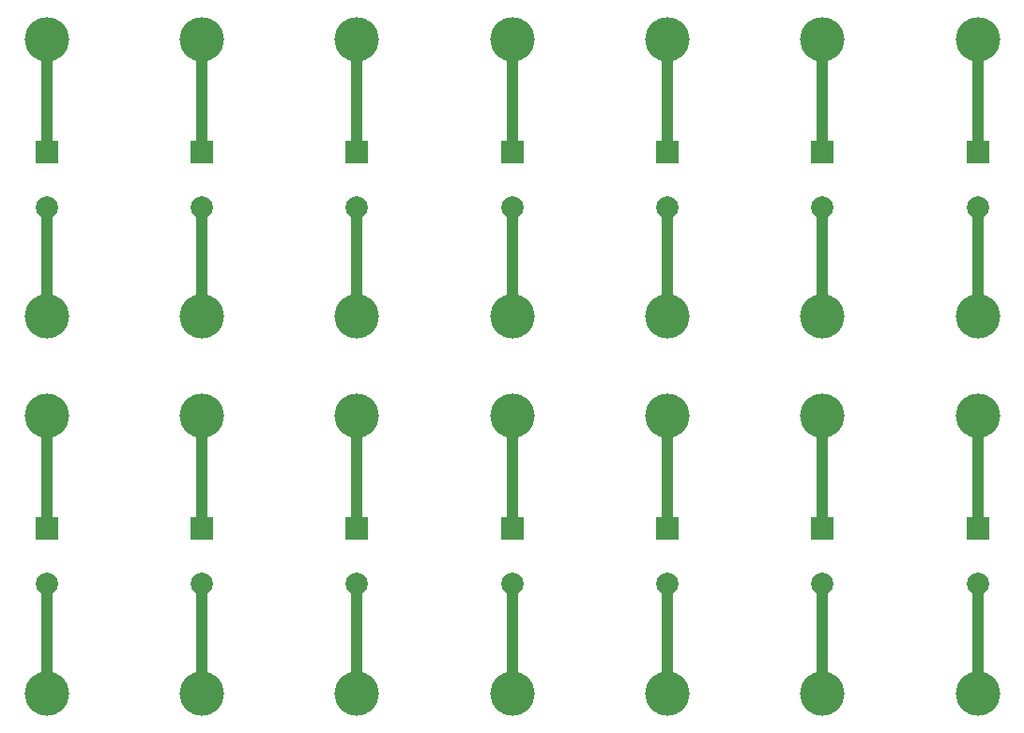
<source format=gbr>
%TF.GenerationSoftware,KiCad,Pcbnew,8.0.2*%
%TF.CreationDate,2024-06-26T22:57:20+07:00*%
%TF.ProjectId,Capacitor_Electrolyte_1000uF_25V_Panel,43617061-6369-4746-9f72-5f456c656374,rev?*%
%TF.SameCoordinates,Original*%
%TF.FileFunction,Copper,L2,Bot*%
%TF.FilePolarity,Positive*%
%FSLAX46Y46*%
G04 Gerber Fmt 4.6, Leading zero omitted, Abs format (unit mm)*
G04 Created by KiCad (PCBNEW 8.0.2) date 2024-06-26 22:57:20*
%MOMM*%
%LPD*%
G01*
G04 APERTURE LIST*
%TA.AperFunction,ComponentPad*%
%ADD10C,4.000000*%
%TD*%
%TA.AperFunction,ComponentPad*%
%ADD11R,2.000000X2.000000*%
%TD*%
%TA.AperFunction,ComponentPad*%
%ADD12C,2.000000*%
%TD*%
%TA.AperFunction,Conductor*%
%ADD13C,1.000000*%
%TD*%
G04 APERTURE END LIST*
D10*
%TO.P,J1,1,Pin_1*%
%TO.N,Board_1-Net-(J1-Pin_1)*%
X20000000Y-11500500D03*
%TD*%
%TO.P,J2,1,Pin_1*%
%TO.N,Board_9-Net-(J2-Pin_1)*%
X34000000Y-70500500D03*
%TD*%
%TO.P,J2,1,Pin_1*%
%TO.N,Board_1-Net-(J2-Pin_1)*%
X20000000Y-36500500D03*
%TD*%
D11*
%TO.P,C1,1*%
%TO.N,Board_8-Net-(J1-Pin_1)*%
X20000000Y-55632823D03*
D12*
%TO.P,C1,2*%
%TO.N,Board_8-Net-(J2-Pin_1)*%
X20000000Y-60632823D03*
%TD*%
D11*
%TO.P,C1,1*%
%TO.N,Board_7-Net-(J1-Pin_1)*%
X6000000Y-55632823D03*
D12*
%TO.P,C1,2*%
%TO.N,Board_7-Net-(J2-Pin_1)*%
X6000000Y-60632823D03*
%TD*%
D11*
%TO.P,C1,1*%
%TO.N,Board_12-Net-(J1-Pin_1)*%
X76000000Y-55632823D03*
D12*
%TO.P,C1,2*%
%TO.N,Board_12-Net-(J2-Pin_1)*%
X76000000Y-60632823D03*
%TD*%
D11*
%TO.P,C1,1*%
%TO.N,Board_2-Net-(J1-Pin_1)*%
X34000000Y-21632823D03*
D12*
%TO.P,C1,2*%
%TO.N,Board_2-Net-(J2-Pin_1)*%
X34000000Y-26632823D03*
%TD*%
D10*
%TO.P,J1,1,Pin_1*%
%TO.N,Board_12-Net-(J1-Pin_1)*%
X76000000Y-45500500D03*
%TD*%
%TO.P,J1,1,Pin_1*%
%TO.N,Board_8-Net-(J1-Pin_1)*%
X20000000Y-45500500D03*
%TD*%
%TO.P,J2,1,Pin_1*%
%TO.N,Board_3-Net-(J2-Pin_1)*%
X48000000Y-36500500D03*
%TD*%
%TO.P,J1,1,Pin_1*%
%TO.N,Board_0-Net-(J1-Pin_1)*%
X6000000Y-11500500D03*
%TD*%
D11*
%TO.P,C1,1*%
%TO.N,Board_13-Net-(J1-Pin_1)*%
X90000000Y-55632823D03*
D12*
%TO.P,C1,2*%
%TO.N,Board_13-Net-(J2-Pin_1)*%
X90000000Y-60632823D03*
%TD*%
D10*
%TO.P,J1,1,Pin_1*%
%TO.N,Board_3-Net-(J1-Pin_1)*%
X48000000Y-11500500D03*
%TD*%
%TO.P,J1,1,Pin_1*%
%TO.N,Board_5-Net-(J1-Pin_1)*%
X76000000Y-11500500D03*
%TD*%
D11*
%TO.P,C1,1*%
%TO.N,Board_4-Net-(J1-Pin_1)*%
X62000000Y-21632823D03*
D12*
%TO.P,C1,2*%
%TO.N,Board_4-Net-(J2-Pin_1)*%
X62000000Y-26632823D03*
%TD*%
D11*
%TO.P,C1,1*%
%TO.N,Board_9-Net-(J1-Pin_1)*%
X34000000Y-55632823D03*
D12*
%TO.P,C1,2*%
%TO.N,Board_9-Net-(J2-Pin_1)*%
X34000000Y-60632823D03*
%TD*%
D11*
%TO.P,C1,1*%
%TO.N,Board_3-Net-(J1-Pin_1)*%
X48000000Y-21632823D03*
D12*
%TO.P,C1,2*%
%TO.N,Board_3-Net-(J2-Pin_1)*%
X48000000Y-26632823D03*
%TD*%
D10*
%TO.P,J2,1,Pin_1*%
%TO.N,Board_7-Net-(J2-Pin_1)*%
X6000000Y-70500500D03*
%TD*%
D11*
%TO.P,C1,1*%
%TO.N,Board_10-Net-(J1-Pin_1)*%
X48000000Y-55632823D03*
D12*
%TO.P,C1,2*%
%TO.N,Board_10-Net-(J2-Pin_1)*%
X48000000Y-60632823D03*
%TD*%
D11*
%TO.P,C1,1*%
%TO.N,Board_6-Net-(J1-Pin_1)*%
X90000000Y-21632823D03*
D12*
%TO.P,C1,2*%
%TO.N,Board_6-Net-(J2-Pin_1)*%
X90000000Y-26632823D03*
%TD*%
D10*
%TO.P,J1,1,Pin_1*%
%TO.N,Board_4-Net-(J1-Pin_1)*%
X62000000Y-11500500D03*
%TD*%
%TO.P,J2,1,Pin_1*%
%TO.N,Board_4-Net-(J2-Pin_1)*%
X62000000Y-36500500D03*
%TD*%
%TO.P,J1,1,Pin_1*%
%TO.N,Board_6-Net-(J1-Pin_1)*%
X90000000Y-11500500D03*
%TD*%
%TO.P,J1,1,Pin_1*%
%TO.N,Board_10-Net-(J1-Pin_1)*%
X48000000Y-45500500D03*
%TD*%
%TO.P,J2,1,Pin_1*%
%TO.N,Board_13-Net-(J2-Pin_1)*%
X90000000Y-70500500D03*
%TD*%
%TO.P,J1,1,Pin_1*%
%TO.N,Board_2-Net-(J1-Pin_1)*%
X34000000Y-11500500D03*
%TD*%
%TO.P,J1,1,Pin_1*%
%TO.N,Board_11-Net-(J1-Pin_1)*%
X62000000Y-45500500D03*
%TD*%
%TO.P,J1,1,Pin_1*%
%TO.N,Board_13-Net-(J1-Pin_1)*%
X90000000Y-45500500D03*
%TD*%
%TO.P,J2,1,Pin_1*%
%TO.N,Board_11-Net-(J2-Pin_1)*%
X62000000Y-70500500D03*
%TD*%
%TO.P,J2,1,Pin_1*%
%TO.N,Board_6-Net-(J2-Pin_1)*%
X90000000Y-36500500D03*
%TD*%
D11*
%TO.P,C1,1*%
%TO.N,Board_11-Net-(J1-Pin_1)*%
X62000000Y-55632823D03*
D12*
%TO.P,C1,2*%
%TO.N,Board_11-Net-(J2-Pin_1)*%
X62000000Y-60632823D03*
%TD*%
D11*
%TO.P,C1,1*%
%TO.N,Board_5-Net-(J1-Pin_1)*%
X76000000Y-21632823D03*
D12*
%TO.P,C1,2*%
%TO.N,Board_5-Net-(J2-Pin_1)*%
X76000000Y-26632823D03*
%TD*%
D10*
%TO.P,J2,1,Pin_1*%
%TO.N,Board_10-Net-(J2-Pin_1)*%
X48000000Y-70500500D03*
%TD*%
D11*
%TO.P,C1,1*%
%TO.N,Board_0-Net-(J1-Pin_1)*%
X6000000Y-21632823D03*
D12*
%TO.P,C1,2*%
%TO.N,Board_0-Net-(J2-Pin_1)*%
X6000000Y-26632823D03*
%TD*%
D10*
%TO.P,J2,1,Pin_1*%
%TO.N,Board_8-Net-(J2-Pin_1)*%
X20000000Y-70500500D03*
%TD*%
D11*
%TO.P,C1,1*%
%TO.N,Board_1-Net-(J1-Pin_1)*%
X20000000Y-21632823D03*
D12*
%TO.P,C1,2*%
%TO.N,Board_1-Net-(J2-Pin_1)*%
X20000000Y-26632823D03*
%TD*%
D10*
%TO.P,J2,1,Pin_1*%
%TO.N,Board_0-Net-(J2-Pin_1)*%
X6000000Y-36500500D03*
%TD*%
%TO.P,J2,1,Pin_1*%
%TO.N,Board_12-Net-(J2-Pin_1)*%
X76000000Y-70500500D03*
%TD*%
%TO.P,J1,1,Pin_1*%
%TO.N,Board_7-Net-(J1-Pin_1)*%
X6000000Y-45500500D03*
%TD*%
%TO.P,J1,1,Pin_1*%
%TO.N,Board_9-Net-(J1-Pin_1)*%
X34000000Y-45500500D03*
%TD*%
%TO.P,J2,1,Pin_1*%
%TO.N,Board_5-Net-(J2-Pin_1)*%
X76000000Y-36500500D03*
%TD*%
%TO.P,J2,1,Pin_1*%
%TO.N,Board_2-Net-(J2-Pin_1)*%
X34000000Y-36500500D03*
%TD*%
D13*
%TO.N,Board_13-Net-(J2-Pin_1)*%
X90000000Y-60632823D02*
X90000000Y-70500500D01*
%TO.N,Board_13-Net-(J1-Pin_1)*%
X90000000Y-45500500D02*
X90000000Y-55632823D01*
%TO.N,Board_12-Net-(J2-Pin_1)*%
X76000000Y-60632823D02*
X76000000Y-70500500D01*
%TO.N,Board_12-Net-(J1-Pin_1)*%
X76000000Y-45500500D02*
X76000000Y-55632823D01*
%TO.N,Board_11-Net-(J2-Pin_1)*%
X62000000Y-60632823D02*
X62000000Y-70500500D01*
%TO.N,Board_11-Net-(J1-Pin_1)*%
X62000000Y-45500500D02*
X62000000Y-55632823D01*
%TO.N,Board_10-Net-(J2-Pin_1)*%
X48000000Y-60632823D02*
X48000000Y-70500500D01*
%TO.N,Board_10-Net-(J1-Pin_1)*%
X48000000Y-45500500D02*
X48000000Y-55632823D01*
%TO.N,Board_9-Net-(J2-Pin_1)*%
X34000000Y-60632823D02*
X34000000Y-70500500D01*
%TO.N,Board_9-Net-(J1-Pin_1)*%
X34000000Y-45500500D02*
X34000000Y-55632823D01*
%TO.N,Board_8-Net-(J2-Pin_1)*%
X20000000Y-60632823D02*
X20000000Y-70500500D01*
%TO.N,Board_8-Net-(J1-Pin_1)*%
X20000000Y-45500500D02*
X20000000Y-55632823D01*
%TO.N,Board_7-Net-(J2-Pin_1)*%
X6000000Y-60632823D02*
X6000000Y-70500500D01*
%TO.N,Board_7-Net-(J1-Pin_1)*%
X6000000Y-45500500D02*
X6000000Y-55632823D01*
%TO.N,Board_6-Net-(J2-Pin_1)*%
X90000000Y-26632823D02*
X90000000Y-36500500D01*
%TO.N,Board_6-Net-(J1-Pin_1)*%
X90000000Y-11500500D02*
X90000000Y-21632823D01*
%TO.N,Board_5-Net-(J2-Pin_1)*%
X76000000Y-26632823D02*
X76000000Y-36500500D01*
%TO.N,Board_5-Net-(J1-Pin_1)*%
X76000000Y-11500500D02*
X76000000Y-21632823D01*
%TO.N,Board_4-Net-(J2-Pin_1)*%
X62000000Y-26632823D02*
X62000000Y-36500500D01*
%TO.N,Board_4-Net-(J1-Pin_1)*%
X62000000Y-11500500D02*
X62000000Y-21632823D01*
%TO.N,Board_3-Net-(J2-Pin_1)*%
X48000000Y-26632823D02*
X48000000Y-36500500D01*
%TO.N,Board_3-Net-(J1-Pin_1)*%
X48000000Y-11500500D02*
X48000000Y-21632823D01*
%TO.N,Board_2-Net-(J2-Pin_1)*%
X34000000Y-26632823D02*
X34000000Y-36500500D01*
%TO.N,Board_2-Net-(J1-Pin_1)*%
X34000000Y-11500500D02*
X34000000Y-21632823D01*
%TO.N,Board_1-Net-(J2-Pin_1)*%
X20000000Y-26632823D02*
X20000000Y-36500500D01*
%TO.N,Board_1-Net-(J1-Pin_1)*%
X20000000Y-11500500D02*
X20000000Y-21632823D01*
%TO.N,Board_0-Net-(J2-Pin_1)*%
X6000000Y-26632823D02*
X6000000Y-36500500D01*
%TO.N,Board_0-Net-(J1-Pin_1)*%
X6000000Y-11500500D02*
X6000000Y-21632823D01*
%TD*%
M02*

</source>
